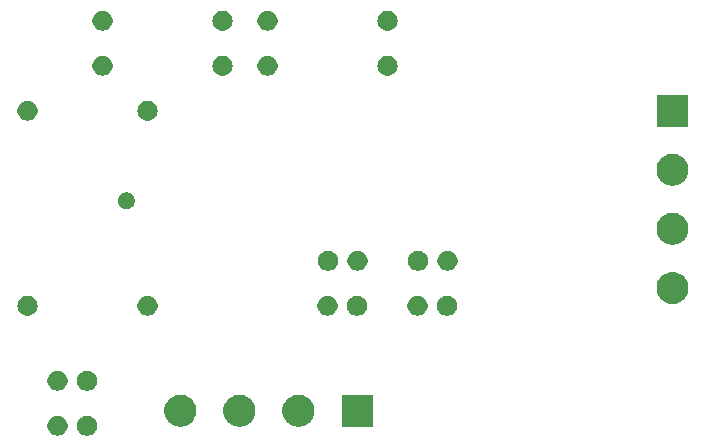
<source format=gbr>
G04 #@! TF.GenerationSoftware,KiCad,Pcbnew,(5.0.2)-1*
G04 #@! TF.CreationDate,2019-03-18T20:08:10-07:00*
G04 #@! TF.ProjectId,speaker,73706561-6b65-4722-9e6b-696361645f70,rev?*
G04 #@! TF.SameCoordinates,Original*
G04 #@! TF.FileFunction,Soldermask,Bot*
G04 #@! TF.FilePolarity,Negative*
%FSLAX46Y46*%
G04 Gerber Fmt 4.6, Leading zero omitted, Abs format (unit mm)*
G04 Created by KiCad (PCBNEW (5.0.2)-1) date 3/18/2019 8:08:10 PM*
%MOMM*%
%LPD*%
G01*
G04 APERTURE LIST*
%ADD10C,0.100000*%
G04 APERTURE END LIST*
D10*
G36*
X156418228Y-116021703D02*
X156573100Y-116085853D01*
X156712481Y-116178985D01*
X156831015Y-116297519D01*
X156924147Y-116436900D01*
X156988297Y-116591772D01*
X157021000Y-116756184D01*
X157021000Y-116923816D01*
X156988297Y-117088228D01*
X156924147Y-117243100D01*
X156831015Y-117382481D01*
X156712481Y-117501015D01*
X156573100Y-117594147D01*
X156418228Y-117658297D01*
X156253816Y-117691000D01*
X156086184Y-117691000D01*
X155921772Y-117658297D01*
X155766900Y-117594147D01*
X155627519Y-117501015D01*
X155508985Y-117382481D01*
X155415853Y-117243100D01*
X155351703Y-117088228D01*
X155319000Y-116923816D01*
X155319000Y-116756184D01*
X155351703Y-116591772D01*
X155415853Y-116436900D01*
X155508985Y-116297519D01*
X155627519Y-116178985D01*
X155766900Y-116085853D01*
X155921772Y-116021703D01*
X156086184Y-115989000D01*
X156253816Y-115989000D01*
X156418228Y-116021703D01*
X156418228Y-116021703D01*
G37*
G36*
X153918228Y-116021703D02*
X154073100Y-116085853D01*
X154212481Y-116178985D01*
X154331015Y-116297519D01*
X154424147Y-116436900D01*
X154488297Y-116591772D01*
X154521000Y-116756184D01*
X154521000Y-116923816D01*
X154488297Y-117088228D01*
X154424147Y-117243100D01*
X154331015Y-117382481D01*
X154212481Y-117501015D01*
X154073100Y-117594147D01*
X153918228Y-117658297D01*
X153753816Y-117691000D01*
X153586184Y-117691000D01*
X153421772Y-117658297D01*
X153266900Y-117594147D01*
X153127519Y-117501015D01*
X153008985Y-117382481D01*
X152915853Y-117243100D01*
X152851703Y-117088228D01*
X152819000Y-116923816D01*
X152819000Y-116756184D01*
X152851703Y-116591772D01*
X152915853Y-116436900D01*
X153008985Y-116297519D01*
X153127519Y-116178985D01*
X153266900Y-116085853D01*
X153421772Y-116021703D01*
X153586184Y-115989000D01*
X153753816Y-115989000D01*
X153918228Y-116021703D01*
X153918228Y-116021703D01*
G37*
G36*
X164333567Y-114244959D02*
X164464072Y-114270918D01*
X164709939Y-114372759D01*
X164930464Y-114520110D01*
X164931215Y-114520612D01*
X165119388Y-114708785D01*
X165119390Y-114708788D01*
X165267241Y-114930061D01*
X165369082Y-115175928D01*
X165421000Y-115436938D01*
X165421000Y-115703062D01*
X165369082Y-115964072D01*
X165267241Y-116209939D01*
X165208721Y-116297519D01*
X165119388Y-116431215D01*
X164931215Y-116619388D01*
X164931212Y-116619390D01*
X164709939Y-116767241D01*
X164464072Y-116869082D01*
X164333567Y-116895041D01*
X164203063Y-116921000D01*
X163936937Y-116921000D01*
X163806433Y-116895041D01*
X163675928Y-116869082D01*
X163430061Y-116767241D01*
X163208788Y-116619390D01*
X163208785Y-116619388D01*
X163020612Y-116431215D01*
X162931279Y-116297519D01*
X162872759Y-116209939D01*
X162770918Y-115964072D01*
X162719000Y-115703062D01*
X162719000Y-115436938D01*
X162770918Y-115175928D01*
X162872759Y-114930061D01*
X163020610Y-114708788D01*
X163020612Y-114708785D01*
X163208785Y-114520612D01*
X163209536Y-114520110D01*
X163430061Y-114372759D01*
X163675928Y-114270918D01*
X163806433Y-114244959D01*
X163936937Y-114219000D01*
X164203063Y-114219000D01*
X164333567Y-114244959D01*
X164333567Y-114244959D01*
G37*
G36*
X180421000Y-116921000D02*
X177719000Y-116921000D01*
X177719000Y-114219000D01*
X180421000Y-114219000D01*
X180421000Y-116921000D01*
X180421000Y-116921000D01*
G37*
G36*
X174333567Y-114244959D02*
X174464072Y-114270918D01*
X174709939Y-114372759D01*
X174930464Y-114520110D01*
X174931215Y-114520612D01*
X175119388Y-114708785D01*
X175119390Y-114708788D01*
X175267241Y-114930061D01*
X175369082Y-115175928D01*
X175421000Y-115436938D01*
X175421000Y-115703062D01*
X175369082Y-115964072D01*
X175267241Y-116209939D01*
X175208721Y-116297519D01*
X175119388Y-116431215D01*
X174931215Y-116619388D01*
X174931212Y-116619390D01*
X174709939Y-116767241D01*
X174464072Y-116869082D01*
X174333567Y-116895041D01*
X174203063Y-116921000D01*
X173936937Y-116921000D01*
X173806433Y-116895041D01*
X173675928Y-116869082D01*
X173430061Y-116767241D01*
X173208788Y-116619390D01*
X173208785Y-116619388D01*
X173020612Y-116431215D01*
X172931279Y-116297519D01*
X172872759Y-116209939D01*
X172770918Y-115964072D01*
X172719000Y-115703062D01*
X172719000Y-115436938D01*
X172770918Y-115175928D01*
X172872759Y-114930061D01*
X173020610Y-114708788D01*
X173020612Y-114708785D01*
X173208785Y-114520612D01*
X173209536Y-114520110D01*
X173430061Y-114372759D01*
X173675928Y-114270918D01*
X173806433Y-114244959D01*
X173936937Y-114219000D01*
X174203063Y-114219000D01*
X174333567Y-114244959D01*
X174333567Y-114244959D01*
G37*
G36*
X169333567Y-114244959D02*
X169464072Y-114270918D01*
X169709939Y-114372759D01*
X169930464Y-114520110D01*
X169931215Y-114520612D01*
X170119388Y-114708785D01*
X170119390Y-114708788D01*
X170267241Y-114930061D01*
X170369082Y-115175928D01*
X170421000Y-115436938D01*
X170421000Y-115703062D01*
X170369082Y-115964072D01*
X170267241Y-116209939D01*
X170208721Y-116297519D01*
X170119388Y-116431215D01*
X169931215Y-116619388D01*
X169931212Y-116619390D01*
X169709939Y-116767241D01*
X169464072Y-116869082D01*
X169333567Y-116895041D01*
X169203063Y-116921000D01*
X168936937Y-116921000D01*
X168806433Y-116895041D01*
X168675928Y-116869082D01*
X168430061Y-116767241D01*
X168208788Y-116619390D01*
X168208785Y-116619388D01*
X168020612Y-116431215D01*
X167931279Y-116297519D01*
X167872759Y-116209939D01*
X167770918Y-115964072D01*
X167719000Y-115703062D01*
X167719000Y-115436938D01*
X167770918Y-115175928D01*
X167872759Y-114930061D01*
X168020610Y-114708788D01*
X168020612Y-114708785D01*
X168208785Y-114520612D01*
X168209536Y-114520110D01*
X168430061Y-114372759D01*
X168675928Y-114270918D01*
X168806433Y-114244959D01*
X168936937Y-114219000D01*
X169203063Y-114219000D01*
X169333567Y-114244959D01*
X169333567Y-114244959D01*
G37*
G36*
X156418228Y-112211703D02*
X156573100Y-112275853D01*
X156712481Y-112368985D01*
X156831015Y-112487519D01*
X156924147Y-112626900D01*
X156988297Y-112781772D01*
X157021000Y-112946184D01*
X157021000Y-113113816D01*
X156988297Y-113278228D01*
X156924147Y-113433100D01*
X156831015Y-113572481D01*
X156712481Y-113691015D01*
X156573100Y-113784147D01*
X156418228Y-113848297D01*
X156253816Y-113881000D01*
X156086184Y-113881000D01*
X155921772Y-113848297D01*
X155766900Y-113784147D01*
X155627519Y-113691015D01*
X155508985Y-113572481D01*
X155415853Y-113433100D01*
X155351703Y-113278228D01*
X155319000Y-113113816D01*
X155319000Y-112946184D01*
X155351703Y-112781772D01*
X155415853Y-112626900D01*
X155508985Y-112487519D01*
X155627519Y-112368985D01*
X155766900Y-112275853D01*
X155921772Y-112211703D01*
X156086184Y-112179000D01*
X156253816Y-112179000D01*
X156418228Y-112211703D01*
X156418228Y-112211703D01*
G37*
G36*
X153918228Y-112211703D02*
X154073100Y-112275853D01*
X154212481Y-112368985D01*
X154331015Y-112487519D01*
X154424147Y-112626900D01*
X154488297Y-112781772D01*
X154521000Y-112946184D01*
X154521000Y-113113816D01*
X154488297Y-113278228D01*
X154424147Y-113433100D01*
X154331015Y-113572481D01*
X154212481Y-113691015D01*
X154073100Y-113784147D01*
X153918228Y-113848297D01*
X153753816Y-113881000D01*
X153586184Y-113881000D01*
X153421772Y-113848297D01*
X153266900Y-113784147D01*
X153127519Y-113691015D01*
X153008985Y-113572481D01*
X152915853Y-113433100D01*
X152851703Y-113278228D01*
X152819000Y-113113816D01*
X152819000Y-112946184D01*
X152851703Y-112781772D01*
X152915853Y-112626900D01*
X153008985Y-112487519D01*
X153127519Y-112368985D01*
X153266900Y-112275853D01*
X153421772Y-112211703D01*
X153586184Y-112179000D01*
X153753816Y-112179000D01*
X153918228Y-112211703D01*
X153918228Y-112211703D01*
G37*
G36*
X161538228Y-105861703D02*
X161693100Y-105925853D01*
X161832481Y-106018985D01*
X161951015Y-106137519D01*
X162044147Y-106276900D01*
X162108297Y-106431772D01*
X162141000Y-106596184D01*
X162141000Y-106763816D01*
X162108297Y-106928228D01*
X162044147Y-107083100D01*
X161951015Y-107222481D01*
X161832481Y-107341015D01*
X161693100Y-107434147D01*
X161538228Y-107498297D01*
X161373816Y-107531000D01*
X161206184Y-107531000D01*
X161041772Y-107498297D01*
X160886900Y-107434147D01*
X160747519Y-107341015D01*
X160628985Y-107222481D01*
X160535853Y-107083100D01*
X160471703Y-106928228D01*
X160439000Y-106763816D01*
X160439000Y-106596184D01*
X160471703Y-106431772D01*
X160535853Y-106276900D01*
X160628985Y-106137519D01*
X160747519Y-106018985D01*
X160886900Y-105925853D01*
X161041772Y-105861703D01*
X161206184Y-105829000D01*
X161373816Y-105829000D01*
X161538228Y-105861703D01*
X161538228Y-105861703D01*
G37*
G36*
X176778228Y-105861703D02*
X176933100Y-105925853D01*
X177072481Y-106018985D01*
X177191015Y-106137519D01*
X177284147Y-106276900D01*
X177348297Y-106431772D01*
X177381000Y-106596184D01*
X177381000Y-106763816D01*
X177348297Y-106928228D01*
X177284147Y-107083100D01*
X177191015Y-107222481D01*
X177072481Y-107341015D01*
X176933100Y-107434147D01*
X176778228Y-107498297D01*
X176613816Y-107531000D01*
X176446184Y-107531000D01*
X176281772Y-107498297D01*
X176126900Y-107434147D01*
X175987519Y-107341015D01*
X175868985Y-107222481D01*
X175775853Y-107083100D01*
X175711703Y-106928228D01*
X175679000Y-106763816D01*
X175679000Y-106596184D01*
X175711703Y-106431772D01*
X175775853Y-106276900D01*
X175868985Y-106137519D01*
X175987519Y-106018985D01*
X176126900Y-105925853D01*
X176281772Y-105861703D01*
X176446184Y-105829000D01*
X176613816Y-105829000D01*
X176778228Y-105861703D01*
X176778228Y-105861703D01*
G37*
G36*
X179278228Y-105861703D02*
X179433100Y-105925853D01*
X179572481Y-106018985D01*
X179691015Y-106137519D01*
X179784147Y-106276900D01*
X179848297Y-106431772D01*
X179881000Y-106596184D01*
X179881000Y-106763816D01*
X179848297Y-106928228D01*
X179784147Y-107083100D01*
X179691015Y-107222481D01*
X179572481Y-107341015D01*
X179433100Y-107434147D01*
X179278228Y-107498297D01*
X179113816Y-107531000D01*
X178946184Y-107531000D01*
X178781772Y-107498297D01*
X178626900Y-107434147D01*
X178487519Y-107341015D01*
X178368985Y-107222481D01*
X178275853Y-107083100D01*
X178211703Y-106928228D01*
X178179000Y-106763816D01*
X178179000Y-106596184D01*
X178211703Y-106431772D01*
X178275853Y-106276900D01*
X178368985Y-106137519D01*
X178487519Y-106018985D01*
X178626900Y-105925853D01*
X178781772Y-105861703D01*
X178946184Y-105829000D01*
X179113816Y-105829000D01*
X179278228Y-105861703D01*
X179278228Y-105861703D01*
G37*
G36*
X186898228Y-105861703D02*
X187053100Y-105925853D01*
X187192481Y-106018985D01*
X187311015Y-106137519D01*
X187404147Y-106276900D01*
X187468297Y-106431772D01*
X187501000Y-106596184D01*
X187501000Y-106763816D01*
X187468297Y-106928228D01*
X187404147Y-107083100D01*
X187311015Y-107222481D01*
X187192481Y-107341015D01*
X187053100Y-107434147D01*
X186898228Y-107498297D01*
X186733816Y-107531000D01*
X186566184Y-107531000D01*
X186401772Y-107498297D01*
X186246900Y-107434147D01*
X186107519Y-107341015D01*
X185988985Y-107222481D01*
X185895853Y-107083100D01*
X185831703Y-106928228D01*
X185799000Y-106763816D01*
X185799000Y-106596184D01*
X185831703Y-106431772D01*
X185895853Y-106276900D01*
X185988985Y-106137519D01*
X186107519Y-106018985D01*
X186246900Y-105925853D01*
X186401772Y-105861703D01*
X186566184Y-105829000D01*
X186733816Y-105829000D01*
X186898228Y-105861703D01*
X186898228Y-105861703D01*
G37*
G36*
X184398228Y-105861703D02*
X184553100Y-105925853D01*
X184692481Y-106018985D01*
X184811015Y-106137519D01*
X184904147Y-106276900D01*
X184968297Y-106431772D01*
X185001000Y-106596184D01*
X185001000Y-106763816D01*
X184968297Y-106928228D01*
X184904147Y-107083100D01*
X184811015Y-107222481D01*
X184692481Y-107341015D01*
X184553100Y-107434147D01*
X184398228Y-107498297D01*
X184233816Y-107531000D01*
X184066184Y-107531000D01*
X183901772Y-107498297D01*
X183746900Y-107434147D01*
X183607519Y-107341015D01*
X183488985Y-107222481D01*
X183395853Y-107083100D01*
X183331703Y-106928228D01*
X183299000Y-106763816D01*
X183299000Y-106596184D01*
X183331703Y-106431772D01*
X183395853Y-106276900D01*
X183488985Y-106137519D01*
X183607519Y-106018985D01*
X183746900Y-105925853D01*
X183901772Y-105861703D01*
X184066184Y-105829000D01*
X184233816Y-105829000D01*
X184398228Y-105861703D01*
X184398228Y-105861703D01*
G37*
G36*
X151296821Y-105841313D02*
X151296824Y-105841314D01*
X151296825Y-105841314D01*
X151457239Y-105889975D01*
X151457241Y-105889976D01*
X151457244Y-105889977D01*
X151605078Y-105968995D01*
X151734659Y-106075341D01*
X151841005Y-106204922D01*
X151920023Y-106352756D01*
X151920024Y-106352759D01*
X151920025Y-106352761D01*
X151968686Y-106513175D01*
X151968687Y-106513179D01*
X151985117Y-106680000D01*
X151968687Y-106846821D01*
X151968686Y-106846824D01*
X151968686Y-106846825D01*
X151943993Y-106928228D01*
X151920023Y-107007244D01*
X151841005Y-107155078D01*
X151734659Y-107284659D01*
X151605078Y-107391005D01*
X151457244Y-107470023D01*
X151457241Y-107470024D01*
X151457239Y-107470025D01*
X151296825Y-107518686D01*
X151296824Y-107518686D01*
X151296821Y-107518687D01*
X151171804Y-107531000D01*
X151088196Y-107531000D01*
X150963179Y-107518687D01*
X150963176Y-107518686D01*
X150963175Y-107518686D01*
X150802761Y-107470025D01*
X150802759Y-107470024D01*
X150802756Y-107470023D01*
X150654922Y-107391005D01*
X150525341Y-107284659D01*
X150418995Y-107155078D01*
X150339977Y-107007244D01*
X150316008Y-106928228D01*
X150291314Y-106846825D01*
X150291314Y-106846824D01*
X150291313Y-106846821D01*
X150274883Y-106680000D01*
X150291313Y-106513179D01*
X150291314Y-106513175D01*
X150339975Y-106352761D01*
X150339976Y-106352759D01*
X150339977Y-106352756D01*
X150418995Y-106204922D01*
X150525341Y-106075341D01*
X150654922Y-105968995D01*
X150802756Y-105889977D01*
X150802759Y-105889976D01*
X150802761Y-105889975D01*
X150963175Y-105841314D01*
X150963176Y-105841314D01*
X150963179Y-105841313D01*
X151088196Y-105829000D01*
X151171804Y-105829000D01*
X151296821Y-105841313D01*
X151296821Y-105841313D01*
G37*
G36*
X206003567Y-103844959D02*
X206134072Y-103870918D01*
X206379939Y-103972759D01*
X206600464Y-104120110D01*
X206601215Y-104120612D01*
X206789388Y-104308785D01*
X206789390Y-104308788D01*
X206937241Y-104530061D01*
X207039082Y-104775928D01*
X207091000Y-105036938D01*
X207091000Y-105303062D01*
X207039082Y-105564072D01*
X206937241Y-105809939D01*
X206797560Y-106018985D01*
X206789388Y-106031215D01*
X206601215Y-106219388D01*
X206601212Y-106219390D01*
X206379939Y-106367241D01*
X206134072Y-106469082D01*
X206003567Y-106495041D01*
X205873063Y-106521000D01*
X205606937Y-106521000D01*
X205476433Y-106495041D01*
X205345928Y-106469082D01*
X205100061Y-106367241D01*
X204878788Y-106219390D01*
X204878785Y-106219388D01*
X204690612Y-106031215D01*
X204682440Y-106018985D01*
X204542759Y-105809939D01*
X204440918Y-105564072D01*
X204389000Y-105303062D01*
X204389000Y-105036938D01*
X204440918Y-104775928D01*
X204542759Y-104530061D01*
X204690610Y-104308788D01*
X204690612Y-104308785D01*
X204878785Y-104120612D01*
X204879536Y-104120110D01*
X205100061Y-103972759D01*
X205345928Y-103870918D01*
X205476433Y-103844959D01*
X205606937Y-103819000D01*
X205873063Y-103819000D01*
X206003567Y-103844959D01*
X206003567Y-103844959D01*
G37*
G36*
X179318228Y-102051703D02*
X179473100Y-102115853D01*
X179612481Y-102208985D01*
X179731015Y-102327519D01*
X179824147Y-102466900D01*
X179888297Y-102621772D01*
X179921000Y-102786184D01*
X179921000Y-102953816D01*
X179888297Y-103118228D01*
X179824147Y-103273100D01*
X179731015Y-103412481D01*
X179612481Y-103531015D01*
X179473100Y-103624147D01*
X179318228Y-103688297D01*
X179153816Y-103721000D01*
X178986184Y-103721000D01*
X178821772Y-103688297D01*
X178666900Y-103624147D01*
X178527519Y-103531015D01*
X178408985Y-103412481D01*
X178315853Y-103273100D01*
X178251703Y-103118228D01*
X178219000Y-102953816D01*
X178219000Y-102786184D01*
X178251703Y-102621772D01*
X178315853Y-102466900D01*
X178408985Y-102327519D01*
X178527519Y-102208985D01*
X178666900Y-102115853D01*
X178821772Y-102051703D01*
X178986184Y-102019000D01*
X179153816Y-102019000D01*
X179318228Y-102051703D01*
X179318228Y-102051703D01*
G37*
G36*
X184438228Y-102051703D02*
X184593100Y-102115853D01*
X184732481Y-102208985D01*
X184851015Y-102327519D01*
X184944147Y-102466900D01*
X185008297Y-102621772D01*
X185041000Y-102786184D01*
X185041000Y-102953816D01*
X185008297Y-103118228D01*
X184944147Y-103273100D01*
X184851015Y-103412481D01*
X184732481Y-103531015D01*
X184593100Y-103624147D01*
X184438228Y-103688297D01*
X184273816Y-103721000D01*
X184106184Y-103721000D01*
X183941772Y-103688297D01*
X183786900Y-103624147D01*
X183647519Y-103531015D01*
X183528985Y-103412481D01*
X183435853Y-103273100D01*
X183371703Y-103118228D01*
X183339000Y-102953816D01*
X183339000Y-102786184D01*
X183371703Y-102621772D01*
X183435853Y-102466900D01*
X183528985Y-102327519D01*
X183647519Y-102208985D01*
X183786900Y-102115853D01*
X183941772Y-102051703D01*
X184106184Y-102019000D01*
X184273816Y-102019000D01*
X184438228Y-102051703D01*
X184438228Y-102051703D01*
G37*
G36*
X176818228Y-102051703D02*
X176973100Y-102115853D01*
X177112481Y-102208985D01*
X177231015Y-102327519D01*
X177324147Y-102466900D01*
X177388297Y-102621772D01*
X177421000Y-102786184D01*
X177421000Y-102953816D01*
X177388297Y-103118228D01*
X177324147Y-103273100D01*
X177231015Y-103412481D01*
X177112481Y-103531015D01*
X176973100Y-103624147D01*
X176818228Y-103688297D01*
X176653816Y-103721000D01*
X176486184Y-103721000D01*
X176321772Y-103688297D01*
X176166900Y-103624147D01*
X176027519Y-103531015D01*
X175908985Y-103412481D01*
X175815853Y-103273100D01*
X175751703Y-103118228D01*
X175719000Y-102953816D01*
X175719000Y-102786184D01*
X175751703Y-102621772D01*
X175815853Y-102466900D01*
X175908985Y-102327519D01*
X176027519Y-102208985D01*
X176166900Y-102115853D01*
X176321772Y-102051703D01*
X176486184Y-102019000D01*
X176653816Y-102019000D01*
X176818228Y-102051703D01*
X176818228Y-102051703D01*
G37*
G36*
X186938228Y-102051703D02*
X187093100Y-102115853D01*
X187232481Y-102208985D01*
X187351015Y-102327519D01*
X187444147Y-102466900D01*
X187508297Y-102621772D01*
X187541000Y-102786184D01*
X187541000Y-102953816D01*
X187508297Y-103118228D01*
X187444147Y-103273100D01*
X187351015Y-103412481D01*
X187232481Y-103531015D01*
X187093100Y-103624147D01*
X186938228Y-103688297D01*
X186773816Y-103721000D01*
X186606184Y-103721000D01*
X186441772Y-103688297D01*
X186286900Y-103624147D01*
X186147519Y-103531015D01*
X186028985Y-103412481D01*
X185935853Y-103273100D01*
X185871703Y-103118228D01*
X185839000Y-102953816D01*
X185839000Y-102786184D01*
X185871703Y-102621772D01*
X185935853Y-102466900D01*
X186028985Y-102327519D01*
X186147519Y-102208985D01*
X186286900Y-102115853D01*
X186441772Y-102051703D01*
X186606184Y-102019000D01*
X186773816Y-102019000D01*
X186938228Y-102051703D01*
X186938228Y-102051703D01*
G37*
G36*
X206003567Y-98844959D02*
X206134072Y-98870918D01*
X206379939Y-98972759D01*
X206600464Y-99120110D01*
X206601215Y-99120612D01*
X206789388Y-99308785D01*
X206789390Y-99308788D01*
X206937241Y-99530061D01*
X207039082Y-99775928D01*
X207091000Y-100036938D01*
X207091000Y-100303062D01*
X207039082Y-100564072D01*
X206937241Y-100809939D01*
X206789890Y-101030464D01*
X206789388Y-101031215D01*
X206601215Y-101219388D01*
X206601212Y-101219390D01*
X206379939Y-101367241D01*
X206134072Y-101469082D01*
X206003567Y-101495041D01*
X205873063Y-101521000D01*
X205606937Y-101521000D01*
X205476433Y-101495041D01*
X205345928Y-101469082D01*
X205100061Y-101367241D01*
X204878788Y-101219390D01*
X204878785Y-101219388D01*
X204690612Y-101031215D01*
X204690110Y-101030464D01*
X204542759Y-100809939D01*
X204440918Y-100564072D01*
X204389000Y-100303062D01*
X204389000Y-100036938D01*
X204440918Y-99775928D01*
X204542759Y-99530061D01*
X204690610Y-99308788D01*
X204690612Y-99308785D01*
X204878785Y-99120612D01*
X204879536Y-99120110D01*
X205100061Y-98972759D01*
X205345928Y-98870918D01*
X205476433Y-98844959D01*
X205606937Y-98819000D01*
X205873063Y-98819000D01*
X206003567Y-98844959D01*
X206003567Y-98844959D01*
G37*
G36*
X159694472Y-97115938D02*
X159822049Y-97168782D01*
X159936865Y-97245500D01*
X160034500Y-97343135D01*
X160111218Y-97457951D01*
X160164062Y-97585528D01*
X160191000Y-97720956D01*
X160191000Y-97859044D01*
X160164062Y-97994472D01*
X160111218Y-98122049D01*
X160034500Y-98236865D01*
X159936865Y-98334500D01*
X159822049Y-98411218D01*
X159694472Y-98464062D01*
X159559044Y-98491000D01*
X159420956Y-98491000D01*
X159285528Y-98464062D01*
X159157951Y-98411218D01*
X159043135Y-98334500D01*
X158945500Y-98236865D01*
X158868782Y-98122049D01*
X158815938Y-97994472D01*
X158789000Y-97859044D01*
X158789000Y-97720956D01*
X158815938Y-97585528D01*
X158868782Y-97457951D01*
X158945500Y-97343135D01*
X159043135Y-97245500D01*
X159157951Y-97168782D01*
X159285528Y-97115938D01*
X159420956Y-97089000D01*
X159559044Y-97089000D01*
X159694472Y-97115938D01*
X159694472Y-97115938D01*
G37*
G36*
X206003567Y-93844959D02*
X206134072Y-93870918D01*
X206379939Y-93972759D01*
X206600464Y-94120110D01*
X206601215Y-94120612D01*
X206789388Y-94308785D01*
X206789390Y-94308788D01*
X206937241Y-94530061D01*
X207039082Y-94775928D01*
X207091000Y-95036938D01*
X207091000Y-95303062D01*
X207039082Y-95564072D01*
X206937241Y-95809939D01*
X206789890Y-96030464D01*
X206789388Y-96031215D01*
X206601215Y-96219388D01*
X206601212Y-96219390D01*
X206379939Y-96367241D01*
X206134072Y-96469082D01*
X206003567Y-96495041D01*
X205873063Y-96521000D01*
X205606937Y-96521000D01*
X205476433Y-96495041D01*
X205345928Y-96469082D01*
X205100061Y-96367241D01*
X204878788Y-96219390D01*
X204878785Y-96219388D01*
X204690612Y-96031215D01*
X204690110Y-96030464D01*
X204542759Y-95809939D01*
X204440918Y-95564072D01*
X204389000Y-95303062D01*
X204389000Y-95036938D01*
X204440918Y-94775928D01*
X204542759Y-94530061D01*
X204690610Y-94308788D01*
X204690612Y-94308785D01*
X204878785Y-94120612D01*
X204879536Y-94120110D01*
X205100061Y-93972759D01*
X205345928Y-93870918D01*
X205476433Y-93844959D01*
X205606937Y-93819000D01*
X205873063Y-93819000D01*
X206003567Y-93844959D01*
X206003567Y-93844959D01*
G37*
G36*
X207091000Y-91521000D02*
X204389000Y-91521000D01*
X204389000Y-88819000D01*
X207091000Y-88819000D01*
X207091000Y-91521000D01*
X207091000Y-91521000D01*
G37*
G36*
X151378228Y-89351703D02*
X151533100Y-89415853D01*
X151672481Y-89508985D01*
X151791015Y-89627519D01*
X151884147Y-89766900D01*
X151948297Y-89921772D01*
X151981000Y-90086184D01*
X151981000Y-90253816D01*
X151948297Y-90418228D01*
X151884147Y-90573100D01*
X151791015Y-90712481D01*
X151672481Y-90831015D01*
X151533100Y-90924147D01*
X151378228Y-90988297D01*
X151213816Y-91021000D01*
X151046184Y-91021000D01*
X150881772Y-90988297D01*
X150726900Y-90924147D01*
X150587519Y-90831015D01*
X150468985Y-90712481D01*
X150375853Y-90573100D01*
X150311703Y-90418228D01*
X150279000Y-90253816D01*
X150279000Y-90086184D01*
X150311703Y-89921772D01*
X150375853Y-89766900D01*
X150468985Y-89627519D01*
X150587519Y-89508985D01*
X150726900Y-89415853D01*
X150881772Y-89351703D01*
X151046184Y-89319000D01*
X151213816Y-89319000D01*
X151378228Y-89351703D01*
X151378228Y-89351703D01*
G37*
G36*
X161456821Y-89331313D02*
X161456824Y-89331314D01*
X161456825Y-89331314D01*
X161617239Y-89379975D01*
X161617241Y-89379976D01*
X161617244Y-89379977D01*
X161765078Y-89458995D01*
X161894659Y-89565341D01*
X162001005Y-89694922D01*
X162080023Y-89842756D01*
X162080024Y-89842759D01*
X162080025Y-89842761D01*
X162128686Y-90003175D01*
X162128687Y-90003179D01*
X162145117Y-90170000D01*
X162128687Y-90336821D01*
X162128686Y-90336824D01*
X162128686Y-90336825D01*
X162103993Y-90418228D01*
X162080023Y-90497244D01*
X162001005Y-90645078D01*
X161894659Y-90774659D01*
X161765078Y-90881005D01*
X161617244Y-90960023D01*
X161617241Y-90960024D01*
X161617239Y-90960025D01*
X161456825Y-91008686D01*
X161456824Y-91008686D01*
X161456821Y-91008687D01*
X161331804Y-91021000D01*
X161248196Y-91021000D01*
X161123179Y-91008687D01*
X161123176Y-91008686D01*
X161123175Y-91008686D01*
X160962761Y-90960025D01*
X160962759Y-90960024D01*
X160962756Y-90960023D01*
X160814922Y-90881005D01*
X160685341Y-90774659D01*
X160578995Y-90645078D01*
X160499977Y-90497244D01*
X160476008Y-90418228D01*
X160451314Y-90336825D01*
X160451314Y-90336824D01*
X160451313Y-90336821D01*
X160434883Y-90170000D01*
X160451313Y-90003179D01*
X160451314Y-90003175D01*
X160499975Y-89842761D01*
X160499976Y-89842759D01*
X160499977Y-89842756D01*
X160578995Y-89694922D01*
X160685341Y-89565341D01*
X160814922Y-89458995D01*
X160962756Y-89379977D01*
X160962759Y-89379976D01*
X160962761Y-89379975D01*
X161123175Y-89331314D01*
X161123176Y-89331314D01*
X161123179Y-89331313D01*
X161248196Y-89319000D01*
X161331804Y-89319000D01*
X161456821Y-89331313D01*
X161456821Y-89331313D01*
G37*
G36*
X171698228Y-85541703D02*
X171853100Y-85605853D01*
X171992481Y-85698985D01*
X172111015Y-85817519D01*
X172204147Y-85956900D01*
X172268297Y-86111772D01*
X172301000Y-86276184D01*
X172301000Y-86443816D01*
X172268297Y-86608228D01*
X172204147Y-86763100D01*
X172111015Y-86902481D01*
X171992481Y-87021015D01*
X171853100Y-87114147D01*
X171698228Y-87178297D01*
X171533816Y-87211000D01*
X171366184Y-87211000D01*
X171201772Y-87178297D01*
X171046900Y-87114147D01*
X170907519Y-87021015D01*
X170788985Y-86902481D01*
X170695853Y-86763100D01*
X170631703Y-86608228D01*
X170599000Y-86443816D01*
X170599000Y-86276184D01*
X170631703Y-86111772D01*
X170695853Y-85956900D01*
X170788985Y-85817519D01*
X170907519Y-85698985D01*
X171046900Y-85605853D01*
X171201772Y-85541703D01*
X171366184Y-85509000D01*
X171533816Y-85509000D01*
X171698228Y-85541703D01*
X171698228Y-85541703D01*
G37*
G36*
X157728228Y-85541703D02*
X157883100Y-85605853D01*
X158022481Y-85698985D01*
X158141015Y-85817519D01*
X158234147Y-85956900D01*
X158298297Y-86111772D01*
X158331000Y-86276184D01*
X158331000Y-86443816D01*
X158298297Y-86608228D01*
X158234147Y-86763100D01*
X158141015Y-86902481D01*
X158022481Y-87021015D01*
X157883100Y-87114147D01*
X157728228Y-87178297D01*
X157563816Y-87211000D01*
X157396184Y-87211000D01*
X157231772Y-87178297D01*
X157076900Y-87114147D01*
X156937519Y-87021015D01*
X156818985Y-86902481D01*
X156725853Y-86763100D01*
X156661703Y-86608228D01*
X156629000Y-86443816D01*
X156629000Y-86276184D01*
X156661703Y-86111772D01*
X156725853Y-85956900D01*
X156818985Y-85817519D01*
X156937519Y-85698985D01*
X157076900Y-85605853D01*
X157231772Y-85541703D01*
X157396184Y-85509000D01*
X157563816Y-85509000D01*
X157728228Y-85541703D01*
X157728228Y-85541703D01*
G37*
G36*
X167806821Y-85521313D02*
X167806824Y-85521314D01*
X167806825Y-85521314D01*
X167967239Y-85569975D01*
X167967241Y-85569976D01*
X167967244Y-85569977D01*
X168115078Y-85648995D01*
X168244659Y-85755341D01*
X168351005Y-85884922D01*
X168430023Y-86032756D01*
X168430024Y-86032759D01*
X168430025Y-86032761D01*
X168478686Y-86193175D01*
X168478687Y-86193179D01*
X168495117Y-86360000D01*
X168478687Y-86526821D01*
X168478686Y-86526824D01*
X168478686Y-86526825D01*
X168453993Y-86608228D01*
X168430023Y-86687244D01*
X168351005Y-86835078D01*
X168244659Y-86964659D01*
X168115078Y-87071005D01*
X167967244Y-87150023D01*
X167967241Y-87150024D01*
X167967239Y-87150025D01*
X167806825Y-87198686D01*
X167806824Y-87198686D01*
X167806821Y-87198687D01*
X167681804Y-87211000D01*
X167598196Y-87211000D01*
X167473179Y-87198687D01*
X167473176Y-87198686D01*
X167473175Y-87198686D01*
X167312761Y-87150025D01*
X167312759Y-87150024D01*
X167312756Y-87150023D01*
X167164922Y-87071005D01*
X167035341Y-86964659D01*
X166928995Y-86835078D01*
X166849977Y-86687244D01*
X166826008Y-86608228D01*
X166801314Y-86526825D01*
X166801314Y-86526824D01*
X166801313Y-86526821D01*
X166784883Y-86360000D01*
X166801313Y-86193179D01*
X166801314Y-86193175D01*
X166849975Y-86032761D01*
X166849976Y-86032759D01*
X166849977Y-86032756D01*
X166928995Y-85884922D01*
X167035341Y-85755341D01*
X167164922Y-85648995D01*
X167312756Y-85569977D01*
X167312759Y-85569976D01*
X167312761Y-85569975D01*
X167473175Y-85521314D01*
X167473176Y-85521314D01*
X167473179Y-85521313D01*
X167598196Y-85509000D01*
X167681804Y-85509000D01*
X167806821Y-85521313D01*
X167806821Y-85521313D01*
G37*
G36*
X181776821Y-85521313D02*
X181776824Y-85521314D01*
X181776825Y-85521314D01*
X181937239Y-85569975D01*
X181937241Y-85569976D01*
X181937244Y-85569977D01*
X182085078Y-85648995D01*
X182214659Y-85755341D01*
X182321005Y-85884922D01*
X182400023Y-86032756D01*
X182400024Y-86032759D01*
X182400025Y-86032761D01*
X182448686Y-86193175D01*
X182448687Y-86193179D01*
X182465117Y-86360000D01*
X182448687Y-86526821D01*
X182448686Y-86526824D01*
X182448686Y-86526825D01*
X182423993Y-86608228D01*
X182400023Y-86687244D01*
X182321005Y-86835078D01*
X182214659Y-86964659D01*
X182085078Y-87071005D01*
X181937244Y-87150023D01*
X181937241Y-87150024D01*
X181937239Y-87150025D01*
X181776825Y-87198686D01*
X181776824Y-87198686D01*
X181776821Y-87198687D01*
X181651804Y-87211000D01*
X181568196Y-87211000D01*
X181443179Y-87198687D01*
X181443176Y-87198686D01*
X181443175Y-87198686D01*
X181282761Y-87150025D01*
X181282759Y-87150024D01*
X181282756Y-87150023D01*
X181134922Y-87071005D01*
X181005341Y-86964659D01*
X180898995Y-86835078D01*
X180819977Y-86687244D01*
X180796008Y-86608228D01*
X180771314Y-86526825D01*
X180771314Y-86526824D01*
X180771313Y-86526821D01*
X180754883Y-86360000D01*
X180771313Y-86193179D01*
X180771314Y-86193175D01*
X180819975Y-86032761D01*
X180819976Y-86032759D01*
X180819977Y-86032756D01*
X180898995Y-85884922D01*
X181005341Y-85755341D01*
X181134922Y-85648995D01*
X181282756Y-85569977D01*
X181282759Y-85569976D01*
X181282761Y-85569975D01*
X181443175Y-85521314D01*
X181443176Y-85521314D01*
X181443179Y-85521313D01*
X181568196Y-85509000D01*
X181651804Y-85509000D01*
X181776821Y-85521313D01*
X181776821Y-85521313D01*
G37*
G36*
X181776821Y-81711313D02*
X181776824Y-81711314D01*
X181776825Y-81711314D01*
X181937239Y-81759975D01*
X181937241Y-81759976D01*
X181937244Y-81759977D01*
X182085078Y-81838995D01*
X182214659Y-81945341D01*
X182321005Y-82074922D01*
X182400023Y-82222756D01*
X182400024Y-82222759D01*
X182400025Y-82222761D01*
X182448686Y-82383175D01*
X182448687Y-82383179D01*
X182465117Y-82550000D01*
X182448687Y-82716821D01*
X182448686Y-82716824D01*
X182448686Y-82716825D01*
X182423993Y-82798228D01*
X182400023Y-82877244D01*
X182321005Y-83025078D01*
X182214659Y-83154659D01*
X182085078Y-83261005D01*
X181937244Y-83340023D01*
X181937241Y-83340024D01*
X181937239Y-83340025D01*
X181776825Y-83388686D01*
X181776824Y-83388686D01*
X181776821Y-83388687D01*
X181651804Y-83401000D01*
X181568196Y-83401000D01*
X181443179Y-83388687D01*
X181443176Y-83388686D01*
X181443175Y-83388686D01*
X181282761Y-83340025D01*
X181282759Y-83340024D01*
X181282756Y-83340023D01*
X181134922Y-83261005D01*
X181005341Y-83154659D01*
X180898995Y-83025078D01*
X180819977Y-82877244D01*
X180796008Y-82798228D01*
X180771314Y-82716825D01*
X180771314Y-82716824D01*
X180771313Y-82716821D01*
X180754883Y-82550000D01*
X180771313Y-82383179D01*
X180771314Y-82383175D01*
X180819975Y-82222761D01*
X180819976Y-82222759D01*
X180819977Y-82222756D01*
X180898995Y-82074922D01*
X181005341Y-81945341D01*
X181134922Y-81838995D01*
X181282756Y-81759977D01*
X181282759Y-81759976D01*
X181282761Y-81759975D01*
X181443175Y-81711314D01*
X181443176Y-81711314D01*
X181443179Y-81711313D01*
X181568196Y-81699000D01*
X181651804Y-81699000D01*
X181776821Y-81711313D01*
X181776821Y-81711313D01*
G37*
G36*
X171698228Y-81731703D02*
X171853100Y-81795853D01*
X171992481Y-81888985D01*
X172111015Y-82007519D01*
X172204147Y-82146900D01*
X172268297Y-82301772D01*
X172301000Y-82466184D01*
X172301000Y-82633816D01*
X172268297Y-82798228D01*
X172204147Y-82953100D01*
X172111015Y-83092481D01*
X171992481Y-83211015D01*
X171853100Y-83304147D01*
X171698228Y-83368297D01*
X171533816Y-83401000D01*
X171366184Y-83401000D01*
X171201772Y-83368297D01*
X171046900Y-83304147D01*
X170907519Y-83211015D01*
X170788985Y-83092481D01*
X170695853Y-82953100D01*
X170631703Y-82798228D01*
X170599000Y-82633816D01*
X170599000Y-82466184D01*
X170631703Y-82301772D01*
X170695853Y-82146900D01*
X170788985Y-82007519D01*
X170907519Y-81888985D01*
X171046900Y-81795853D01*
X171201772Y-81731703D01*
X171366184Y-81699000D01*
X171533816Y-81699000D01*
X171698228Y-81731703D01*
X171698228Y-81731703D01*
G37*
G36*
X167806821Y-81711313D02*
X167806824Y-81711314D01*
X167806825Y-81711314D01*
X167967239Y-81759975D01*
X167967241Y-81759976D01*
X167967244Y-81759977D01*
X168115078Y-81838995D01*
X168244659Y-81945341D01*
X168351005Y-82074922D01*
X168430023Y-82222756D01*
X168430024Y-82222759D01*
X168430025Y-82222761D01*
X168478686Y-82383175D01*
X168478687Y-82383179D01*
X168495117Y-82550000D01*
X168478687Y-82716821D01*
X168478686Y-82716824D01*
X168478686Y-82716825D01*
X168453993Y-82798228D01*
X168430023Y-82877244D01*
X168351005Y-83025078D01*
X168244659Y-83154659D01*
X168115078Y-83261005D01*
X167967244Y-83340023D01*
X167967241Y-83340024D01*
X167967239Y-83340025D01*
X167806825Y-83388686D01*
X167806824Y-83388686D01*
X167806821Y-83388687D01*
X167681804Y-83401000D01*
X167598196Y-83401000D01*
X167473179Y-83388687D01*
X167473176Y-83388686D01*
X167473175Y-83388686D01*
X167312761Y-83340025D01*
X167312759Y-83340024D01*
X167312756Y-83340023D01*
X167164922Y-83261005D01*
X167035341Y-83154659D01*
X166928995Y-83025078D01*
X166849977Y-82877244D01*
X166826008Y-82798228D01*
X166801314Y-82716825D01*
X166801314Y-82716824D01*
X166801313Y-82716821D01*
X166784883Y-82550000D01*
X166801313Y-82383179D01*
X166801314Y-82383175D01*
X166849975Y-82222761D01*
X166849976Y-82222759D01*
X166849977Y-82222756D01*
X166928995Y-82074922D01*
X167035341Y-81945341D01*
X167164922Y-81838995D01*
X167312756Y-81759977D01*
X167312759Y-81759976D01*
X167312761Y-81759975D01*
X167473175Y-81711314D01*
X167473176Y-81711314D01*
X167473179Y-81711313D01*
X167598196Y-81699000D01*
X167681804Y-81699000D01*
X167806821Y-81711313D01*
X167806821Y-81711313D01*
G37*
G36*
X157728228Y-81731703D02*
X157883100Y-81795853D01*
X158022481Y-81888985D01*
X158141015Y-82007519D01*
X158234147Y-82146900D01*
X158298297Y-82301772D01*
X158331000Y-82466184D01*
X158331000Y-82633816D01*
X158298297Y-82798228D01*
X158234147Y-82953100D01*
X158141015Y-83092481D01*
X158022481Y-83211015D01*
X157883100Y-83304147D01*
X157728228Y-83368297D01*
X157563816Y-83401000D01*
X157396184Y-83401000D01*
X157231772Y-83368297D01*
X157076900Y-83304147D01*
X156937519Y-83211015D01*
X156818985Y-83092481D01*
X156725853Y-82953100D01*
X156661703Y-82798228D01*
X156629000Y-82633816D01*
X156629000Y-82466184D01*
X156661703Y-82301772D01*
X156725853Y-82146900D01*
X156818985Y-82007519D01*
X156937519Y-81888985D01*
X157076900Y-81795853D01*
X157231772Y-81731703D01*
X157396184Y-81699000D01*
X157563816Y-81699000D01*
X157728228Y-81731703D01*
X157728228Y-81731703D01*
G37*
M02*

</source>
